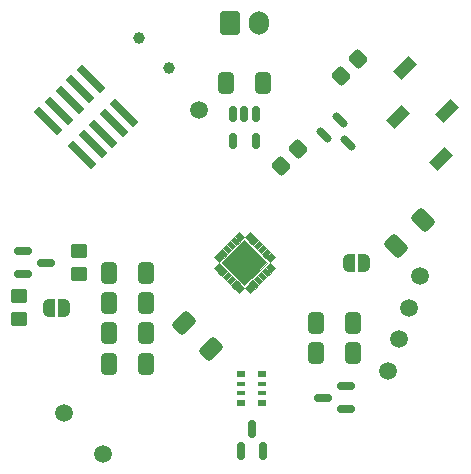
<source format=gbr>
%TF.GenerationSoftware,KiCad,Pcbnew,7.0.7*%
%TF.CreationDate,2023-11-13T21:50:39-08:00*%
%TF.ProjectId,Final_Project_Transmit,46696e61-6c5f-4507-926f-6a6563745f54,rev?*%
%TF.SameCoordinates,Original*%
%TF.FileFunction,Soldermask,Top*%
%TF.FilePolarity,Negative*%
%FSLAX46Y46*%
G04 Gerber Fmt 4.6, Leading zero omitted, Abs format (unit mm)*
G04 Created by KiCad (PCBNEW 7.0.7) date 2023-11-13 21:50:39*
%MOMM*%
%LPD*%
G01*
G04 APERTURE LIST*
G04 Aperture macros list*
%AMRoundRect*
0 Rectangle with rounded corners*
0 $1 Rounding radius*
0 $2 $3 $4 $5 $6 $7 $8 $9 X,Y pos of 4 corners*
0 Add a 4 corners polygon primitive as box body*
4,1,4,$2,$3,$4,$5,$6,$7,$8,$9,$2,$3,0*
0 Add four circle primitives for the rounded corners*
1,1,$1+$1,$2,$3*
1,1,$1+$1,$4,$5*
1,1,$1+$1,$6,$7*
1,1,$1+$1,$8,$9*
0 Add four rect primitives between the rounded corners*
20,1,$1+$1,$2,$3,$4,$5,0*
20,1,$1+$1,$4,$5,$6,$7,0*
20,1,$1+$1,$6,$7,$8,$9,0*
20,1,$1+$1,$8,$9,$2,$3,0*%
%AMRotRect*
0 Rectangle, with rotation*
0 The origin of the aperture is its center*
0 $1 length*
0 $2 width*
0 $3 Rotation angle, in degrees counterclockwise*
0 Add horizontal line*
21,1,$1,$2,0,0,$3*%
%AMFreePoly0*
4,1,19,0.500000,-0.750000,0.000000,-0.750000,0.000000,-0.744911,-0.071157,-0.744911,-0.207708,-0.704816,-0.327430,-0.627875,-0.420627,-0.520320,-0.479746,-0.390866,-0.500000,-0.250000,-0.500000,0.250000,-0.479746,0.390866,-0.420627,0.520320,-0.327430,0.627875,-0.207708,0.704816,-0.071157,0.744911,0.000000,0.744911,0.000000,0.750000,0.500000,0.750000,0.500000,-0.750000,0.500000,-0.750000,
$1*%
%AMFreePoly1*
4,1,19,0.000000,0.744911,0.071157,0.744911,0.207708,0.704816,0.327430,0.627875,0.420627,0.520320,0.479746,0.390866,0.500000,0.250000,0.500000,-0.250000,0.479746,-0.390866,0.420627,-0.520320,0.327430,-0.627875,0.207708,-0.704816,0.071157,-0.744911,0.000000,-0.744911,0.000000,-0.750000,-0.500000,-0.750000,-0.500000,0.750000,0.000000,0.750000,0.000000,0.744911,0.000000,0.744911,
$1*%
G04 Aperture macros list end*
%ADD10C,0.010000*%
%ADD11RotRect,0.660400X2.768600X45.000000*%
%ADD12C,1.500000*%
%ADD13RoundRect,0.250000X-0.070711X0.565685X-0.565685X0.070711X0.070711X-0.565685X0.565685X-0.070711X0*%
%ADD14RoundRect,0.250000X0.450000X-0.350000X0.450000X0.350000X-0.450000X0.350000X-0.450000X-0.350000X0*%
%ADD15RoundRect,0.250000X-0.600000X-0.750000X0.600000X-0.750000X0.600000X0.750000X-0.600000X0.750000X0*%
%ADD16O,1.700000X2.000000*%
%ADD17RoundRect,0.250000X-0.412500X-0.650000X0.412500X-0.650000X0.412500X0.650000X-0.412500X0.650000X0*%
%ADD18RoundRect,0.250000X0.412500X0.650000X-0.412500X0.650000X-0.412500X-0.650000X0.412500X-0.650000X0*%
%ADD19RoundRect,0.250000X0.167938X-0.751301X0.751301X-0.167938X-0.167938X0.751301X-0.751301X0.167938X0*%
%ADD20FreePoly0,180.000000*%
%ADD21FreePoly1,180.000000*%
%ADD22C,1.000000*%
%ADD23RoundRect,0.150000X-0.521491X0.309359X0.309359X-0.521491X0.521491X-0.309359X-0.309359X0.521491X0*%
%ADD24FreePoly0,0.000000*%
%ADD25FreePoly1,0.000000*%
%ADD26RotRect,1.900000X1.000000X45.000000*%
%ADD27RoundRect,0.150000X0.150000X-0.587500X0.150000X0.587500X-0.150000X0.587500X-0.150000X-0.587500X0*%
%ADD28RoundRect,0.150000X-0.150000X0.512500X-0.150000X-0.512500X0.150000X-0.512500X0.150000X0.512500X0*%
%ADD29RoundRect,0.150000X-0.587500X-0.150000X0.587500X-0.150000X0.587500X0.150000X-0.587500X0.150000X0*%
%ADD30R,0.800000X0.500000*%
%ADD31R,0.800000X0.400000*%
%ADD32RoundRect,0.250000X0.751301X0.167938X0.167938X0.751301X-0.751301X-0.167938X-0.167938X-0.751301X0*%
%ADD33RoundRect,0.150000X0.587500X0.150000X-0.587500X0.150000X-0.587500X-0.150000X0.587500X-0.150000X0*%
G04 APERTURE END LIST*
%TO.C,U3*%
D10*
X99765058Y-76557089D02*
X99333723Y-76988424D01*
X99043809Y-76698510D01*
X99475144Y-76267175D01*
X99765058Y-76557089D01*
G36*
X99765058Y-76557089D02*
G01*
X99333723Y-76988424D01*
X99043809Y-76698510D01*
X99475144Y-76267175D01*
X99765058Y-76557089D01*
G37*
X100118611Y-76910642D02*
X99687276Y-77341977D01*
X99397362Y-77052064D01*
X99828698Y-76620729D01*
X100118611Y-76910642D01*
G36*
X100118611Y-76910642D02*
G01*
X99687276Y-77341977D01*
X99397362Y-77052064D01*
X99828698Y-76620729D01*
X100118611Y-76910642D01*
G37*
X100472165Y-77264196D02*
X100040830Y-77695531D01*
X99750916Y-77405617D01*
X100182251Y-76974282D01*
X100472165Y-77264196D01*
G36*
X100472165Y-77264196D02*
G01*
X100040830Y-77695531D01*
X99750916Y-77405617D01*
X100182251Y-76974282D01*
X100472165Y-77264196D01*
G37*
X100825718Y-77617749D02*
X100394383Y-78049084D01*
X100104469Y-77759170D01*
X100535804Y-77327835D01*
X100825718Y-77617749D01*
G36*
X100825718Y-77617749D02*
G01*
X100394383Y-78049084D01*
X100104469Y-77759170D01*
X100535804Y-77327835D01*
X100825718Y-77617749D01*
G37*
X101179271Y-77971302D02*
X100747936Y-78402638D01*
X100458023Y-78112724D01*
X100889358Y-77681389D01*
X101179271Y-77971302D01*
G36*
X101179271Y-77971302D02*
G01*
X100747936Y-78402638D01*
X100458023Y-78112724D01*
X100889358Y-77681389D01*
X101179271Y-77971302D01*
G37*
X101532825Y-78324856D02*
X101101490Y-78756191D01*
X100811576Y-78466277D01*
X101242911Y-78034942D01*
X101532825Y-78324856D01*
G36*
X101532825Y-78324856D02*
G01*
X101101490Y-78756191D01*
X100811576Y-78466277D01*
X101242911Y-78034942D01*
X101532825Y-78324856D01*
G37*
X99765058Y-75842911D02*
X99475144Y-76132825D01*
X99043809Y-75701490D01*
X99333723Y-75411576D01*
X99765058Y-75842911D01*
G36*
X99765058Y-75842911D02*
G01*
X99475144Y-76132825D01*
X99043809Y-75701490D01*
X99333723Y-75411576D01*
X99765058Y-75842911D01*
G37*
X102388424Y-78466277D02*
X102098510Y-78756191D01*
X101667175Y-78324856D01*
X101957089Y-78034942D01*
X102388424Y-78466277D01*
G36*
X102388424Y-78466277D02*
G01*
X102098510Y-78756191D01*
X101667175Y-78324856D01*
X101957089Y-78034942D01*
X102388424Y-78466277D01*
G37*
X103502117Y-76200000D02*
X101600000Y-78102117D01*
X99697883Y-76200000D01*
X101600000Y-74297883D01*
X103502117Y-76200000D01*
G36*
X103502117Y-76200000D02*
G01*
X101600000Y-78102117D01*
X99697883Y-76200000D01*
X101600000Y-74297883D01*
X103502117Y-76200000D01*
G37*
X100118611Y-75489358D02*
X99828698Y-75779271D01*
X99397362Y-75347936D01*
X99687276Y-75058023D01*
X100118611Y-75489358D01*
G36*
X100118611Y-75489358D02*
G01*
X99828698Y-75779271D01*
X99397362Y-75347936D01*
X99687276Y-75058023D01*
X100118611Y-75489358D01*
G37*
X102741977Y-78112724D02*
X102452064Y-78402638D01*
X102020729Y-77971302D01*
X102310642Y-77681389D01*
X102741977Y-78112724D01*
G36*
X102741977Y-78112724D02*
G01*
X102452064Y-78402638D01*
X102020729Y-77971302D01*
X102310642Y-77681389D01*
X102741977Y-78112724D01*
G37*
X100472165Y-75135804D02*
X100182251Y-75425718D01*
X99750916Y-74994383D01*
X100040830Y-74704469D01*
X100472165Y-75135804D01*
G36*
X100472165Y-75135804D02*
G01*
X100182251Y-75425718D01*
X99750916Y-74994383D01*
X100040830Y-74704469D01*
X100472165Y-75135804D01*
G37*
X103095531Y-77759170D02*
X102805617Y-78049084D01*
X102374282Y-77617749D01*
X102664196Y-77327835D01*
X103095531Y-77759170D01*
G36*
X103095531Y-77759170D02*
G01*
X102805617Y-78049084D01*
X102374282Y-77617749D01*
X102664196Y-77327835D01*
X103095531Y-77759170D01*
G37*
X100825718Y-74782251D02*
X100535804Y-75072165D01*
X100104469Y-74640830D01*
X100394383Y-74350916D01*
X100825718Y-74782251D01*
G36*
X100825718Y-74782251D02*
G01*
X100535804Y-75072165D01*
X100104469Y-74640830D01*
X100394383Y-74350916D01*
X100825718Y-74782251D01*
G37*
X103449084Y-77405617D02*
X103159170Y-77695531D01*
X102727835Y-77264196D01*
X103017749Y-76974282D01*
X103449084Y-77405617D01*
G36*
X103449084Y-77405617D02*
G01*
X103159170Y-77695531D01*
X102727835Y-77264196D01*
X103017749Y-76974282D01*
X103449084Y-77405617D01*
G37*
X101179271Y-74428698D02*
X100889358Y-74718611D01*
X100458023Y-74287276D01*
X100747936Y-73997362D01*
X101179271Y-74428698D01*
G36*
X101179271Y-74428698D02*
G01*
X100889358Y-74718611D01*
X100458023Y-74287276D01*
X100747936Y-73997362D01*
X101179271Y-74428698D01*
G37*
X103802638Y-77052064D02*
X103512724Y-77341977D01*
X103081389Y-76910642D01*
X103371302Y-76620729D01*
X103802638Y-77052064D01*
G36*
X103802638Y-77052064D02*
G01*
X103512724Y-77341977D01*
X103081389Y-76910642D01*
X103371302Y-76620729D01*
X103802638Y-77052064D01*
G37*
X101532825Y-74075144D02*
X101242911Y-74365058D01*
X100811576Y-73933723D01*
X101101490Y-73643809D01*
X101532825Y-74075144D01*
G36*
X101532825Y-74075144D02*
G01*
X101242911Y-74365058D01*
X100811576Y-73933723D01*
X101101490Y-73643809D01*
X101532825Y-74075144D01*
G37*
X104156191Y-76698510D02*
X103866277Y-76988424D01*
X103434942Y-76557089D01*
X103724856Y-76267175D01*
X104156191Y-76698510D01*
G36*
X104156191Y-76698510D02*
G01*
X103866277Y-76988424D01*
X103434942Y-76557089D01*
X103724856Y-76267175D01*
X104156191Y-76698510D01*
G37*
X102388424Y-73933723D02*
X101957089Y-74365058D01*
X101667175Y-74075144D01*
X102098510Y-73643809D01*
X102388424Y-73933723D01*
G36*
X102388424Y-73933723D02*
G01*
X101957089Y-74365058D01*
X101667175Y-74075144D01*
X102098510Y-73643809D01*
X102388424Y-73933723D01*
G37*
X102741977Y-74287276D02*
X102310642Y-74718611D01*
X102020729Y-74428698D01*
X102452064Y-73997362D01*
X102741977Y-74287276D01*
G36*
X102741977Y-74287276D02*
G01*
X102310642Y-74718611D01*
X102020729Y-74428698D01*
X102452064Y-73997362D01*
X102741977Y-74287276D01*
G37*
X103095531Y-74640830D02*
X102664196Y-75072165D01*
X102374282Y-74782251D01*
X102805617Y-74350916D01*
X103095531Y-74640830D01*
G36*
X103095531Y-74640830D02*
G01*
X102664196Y-75072165D01*
X102374282Y-74782251D01*
X102805617Y-74350916D01*
X103095531Y-74640830D01*
G37*
X103449084Y-74994383D02*
X103017749Y-75425718D01*
X102727835Y-75135804D01*
X103159170Y-74704469D01*
X103449084Y-74994383D01*
G36*
X103449084Y-74994383D02*
G01*
X103017749Y-75425718D01*
X102727835Y-75135804D01*
X103159170Y-74704469D01*
X103449084Y-74994383D01*
G37*
X103802638Y-75347936D02*
X103371302Y-75779271D01*
X103081389Y-75489358D01*
X103512724Y-75058023D01*
X103802638Y-75347936D01*
G36*
X103802638Y-75347936D02*
G01*
X103371302Y-75779271D01*
X103081389Y-75489358D01*
X103512724Y-75058023D01*
X103802638Y-75347936D01*
G37*
X104156191Y-75701490D02*
X103724856Y-76132825D01*
X103434942Y-75842911D01*
X103866277Y-75411576D01*
X104156191Y-75701490D01*
G36*
X104156191Y-75701490D02*
G01*
X103724856Y-76132825D01*
X103434942Y-75842911D01*
X103866277Y-75411576D01*
X104156191Y-75701490D01*
G37*
%TD*%
D11*
%TO.C,J2*%
X84991188Y-64235394D03*
X85889214Y-63337368D03*
X86787240Y-62439343D03*
X87685265Y-61541317D03*
X88583291Y-60643291D03*
X87847897Y-67092103D03*
X88745923Y-66194077D03*
X89643948Y-65296051D03*
X90541974Y-64398026D03*
X91440000Y-63500000D03*
%TD*%
D12*
%TO.C,3.3V*%
X89649902Y-92393885D03*
%TD*%
%TO.C,CLK/SPI_CLK*%
X114671974Y-82704077D03*
%TD*%
%TO.C,SDA/SPI_SIMO*%
X116468026Y-77315923D03*
%TD*%
%TO.C,SCL/SPI_SOMI/SDO*%
X115570000Y-80010000D03*
%TD*%
%TO.C,VCC*%
X97724292Y-63294664D03*
%TD*%
%TO.C,STE*%
X113773949Y-85398154D03*
%TD*%
D13*
%TO.C,R4*%
X111197107Y-58982893D03*
X109782893Y-60397107D03*
%TD*%
D14*
%TO.C,R2*%
X82550000Y-81010000D03*
X82550000Y-79010000D03*
%TD*%
%TO.C,R1*%
X87630000Y-77200000D03*
X87630000Y-75200000D03*
%TD*%
D12*
%TO.C,1.5V*%
X86360000Y-88900000D03*
%TD*%
D13*
%TO.C,R3*%
X106117107Y-66602893D03*
X104702893Y-68017107D03*
%TD*%
D15*
%TO.C,BT1*%
X100370000Y-55880000D03*
D16*
X102870000Y-55880000D03*
%TD*%
D17*
%TO.C,C6*%
X90165414Y-77067620D03*
X93290414Y-77067620D03*
%TD*%
D18*
%TO.C,C8*%
X93230432Y-82190106D03*
X90105432Y-82190106D03*
%TD*%
D19*
%TO.C,C11*%
X114465146Y-74764854D03*
X116674854Y-72555146D03*
%TD*%
D20*
%TO.C,JP9*%
X111760001Y-76200000D03*
D21*
X110460001Y-76200000D03*
%TD*%
D22*
%TO.C,JTAG10*%
X92710000Y-57150000D03*
%TD*%
D23*
%TO.C,Q3*%
X109696700Y-64093516D03*
X108353197Y-65437019D03*
X110350774Y-66091093D03*
%TD*%
D17*
%TO.C,C1*%
X107657500Y-83820000D03*
X110782500Y-83820000D03*
%TD*%
D18*
%TO.C,C5*%
X90134925Y-79611366D03*
X93259925Y-79611366D03*
%TD*%
D24*
%TO.C,JP2*%
X85060001Y-80010000D03*
D25*
X86360001Y-80010000D03*
%TD*%
D26*
%TO.C,J1*%
X118221215Y-67472658D03*
X118758616Y-63343154D03*
X114629112Y-63880556D03*
X115166513Y-59751052D03*
%TD*%
D27*
%TO.C,Q1*%
X101294457Y-92140233D03*
X103194457Y-92140233D03*
X102244457Y-90265233D03*
%TD*%
D17*
%TO.C,C12*%
X100037500Y-60960000D03*
X103162500Y-60960000D03*
%TD*%
D28*
%TO.C,U4*%
X102550000Y-63632500D03*
X101600000Y-63632500D03*
X100650000Y-63632500D03*
X100650000Y-65907500D03*
X102550000Y-65907500D03*
%TD*%
D17*
%TO.C,C9*%
X90104187Y-84786711D03*
X93229187Y-84786711D03*
%TD*%
D29*
%TO.C,Q4*%
X82882500Y-75250000D03*
X82882500Y-77150000D03*
X84757500Y-76200000D03*
%TD*%
D22*
%TO.C,JTAG9*%
X95250000Y-59690000D03*
%TD*%
D30*
%TO.C,RN1*%
X103089344Y-88058421D03*
D31*
X103089344Y-87258421D03*
X103089344Y-86458421D03*
D30*
X103089344Y-85658421D03*
X101289344Y-85658421D03*
D31*
X101289344Y-86458421D03*
X101289344Y-87258421D03*
D30*
X101289344Y-88058421D03*
%TD*%
D32*
%TO.C,C7*%
X98729708Y-83489708D03*
X96520000Y-81280000D03*
%TD*%
D33*
%TO.C,Q2*%
X110157500Y-88580000D03*
X110157500Y-86680000D03*
X108282500Y-87630000D03*
%TD*%
D17*
%TO.C,C10*%
X107657500Y-81280000D03*
X110782500Y-81280000D03*
%TD*%
M02*

</source>
